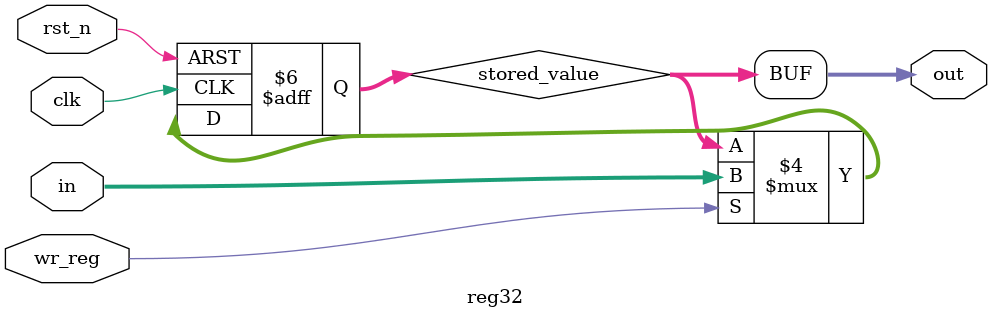
<source format=v>
module reg32 (
    input clk,
    input rst_n,

    input [31:0] in,
    input wr_reg,

    output [31:0] out
);

    parameter [31:0] rst_value = 32'b0;

    reg [31:0] stored_value;
    
    always @(posedge clk or negedge rst_n) begin
        if (!rst_n) stored_value <= rst_value;
        else if (wr_reg) stored_value <= in;
        else stored_value <= stored_value;
    end

    assign out = stored_value;

endmodule
</source>
